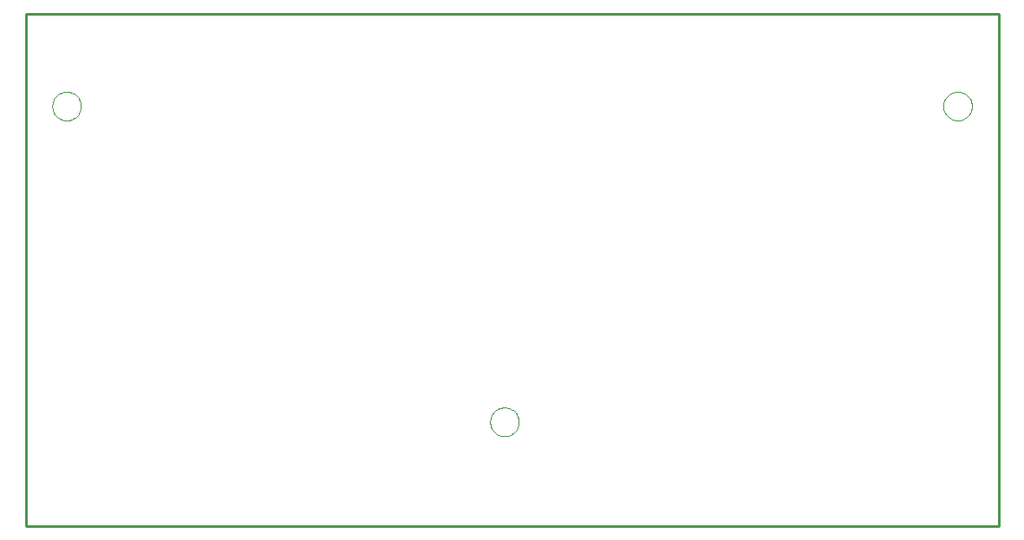
<source format=gtp>
G75*
G70*
%OFA0B0*%
%FSLAX24Y24*%
%IPPOS*%
%LPD*%
%AMOC8*
5,1,8,0,0,1.08239X$1,22.5*
%
%ADD10C,0.0100*%
%ADD11C,0.0000*%
D10*
X000160Y000160D02*
X037562Y000160D01*
X037562Y019845D01*
X000160Y019845D01*
X000160Y000160D01*
D11*
X018015Y004156D02*
X018017Y004203D01*
X018023Y004249D01*
X018033Y004295D01*
X018046Y004340D01*
X018064Y004383D01*
X018085Y004425D01*
X018109Y004465D01*
X018137Y004502D01*
X018168Y004537D01*
X018202Y004570D01*
X018238Y004599D01*
X018277Y004625D01*
X018318Y004648D01*
X018361Y004667D01*
X018405Y004683D01*
X018450Y004695D01*
X018496Y004703D01*
X018543Y004707D01*
X018589Y004707D01*
X018636Y004703D01*
X018682Y004695D01*
X018727Y004683D01*
X018771Y004667D01*
X018814Y004648D01*
X018855Y004625D01*
X018894Y004599D01*
X018930Y004570D01*
X018964Y004537D01*
X018995Y004502D01*
X019023Y004465D01*
X019047Y004425D01*
X019068Y004383D01*
X019086Y004340D01*
X019099Y004295D01*
X019109Y004249D01*
X019115Y004203D01*
X019117Y004156D01*
X019115Y004109D01*
X019109Y004063D01*
X019099Y004017D01*
X019086Y003972D01*
X019068Y003929D01*
X019047Y003887D01*
X019023Y003847D01*
X018995Y003810D01*
X018964Y003775D01*
X018930Y003742D01*
X018894Y003713D01*
X018855Y003687D01*
X018814Y003664D01*
X018771Y003645D01*
X018727Y003629D01*
X018682Y003617D01*
X018636Y003609D01*
X018589Y003605D01*
X018543Y003605D01*
X018496Y003609D01*
X018450Y003617D01*
X018405Y003629D01*
X018361Y003645D01*
X018318Y003664D01*
X018277Y003687D01*
X018238Y003713D01*
X018202Y003742D01*
X018168Y003775D01*
X018137Y003810D01*
X018109Y003847D01*
X018085Y003887D01*
X018064Y003929D01*
X018046Y003972D01*
X018033Y004017D01*
X018023Y004063D01*
X018017Y004109D01*
X018015Y004156D01*
X001184Y016302D02*
X001186Y016349D01*
X001192Y016395D01*
X001202Y016441D01*
X001215Y016486D01*
X001233Y016529D01*
X001254Y016571D01*
X001278Y016611D01*
X001306Y016648D01*
X001337Y016683D01*
X001371Y016716D01*
X001407Y016745D01*
X001446Y016771D01*
X001487Y016794D01*
X001530Y016813D01*
X001574Y016829D01*
X001619Y016841D01*
X001665Y016849D01*
X001712Y016853D01*
X001758Y016853D01*
X001805Y016849D01*
X001851Y016841D01*
X001896Y016829D01*
X001940Y016813D01*
X001983Y016794D01*
X002024Y016771D01*
X002063Y016745D01*
X002099Y016716D01*
X002133Y016683D01*
X002164Y016648D01*
X002192Y016611D01*
X002216Y016571D01*
X002237Y016529D01*
X002255Y016486D01*
X002268Y016441D01*
X002278Y016395D01*
X002284Y016349D01*
X002286Y016302D01*
X002284Y016255D01*
X002278Y016209D01*
X002268Y016163D01*
X002255Y016118D01*
X002237Y016075D01*
X002216Y016033D01*
X002192Y015993D01*
X002164Y015956D01*
X002133Y015921D01*
X002099Y015888D01*
X002063Y015859D01*
X002024Y015833D01*
X001983Y015810D01*
X001940Y015791D01*
X001896Y015775D01*
X001851Y015763D01*
X001805Y015755D01*
X001758Y015751D01*
X001712Y015751D01*
X001665Y015755D01*
X001619Y015763D01*
X001574Y015775D01*
X001530Y015791D01*
X001487Y015810D01*
X001446Y015833D01*
X001407Y015859D01*
X001371Y015888D01*
X001337Y015921D01*
X001306Y015956D01*
X001278Y015993D01*
X001254Y016033D01*
X001233Y016075D01*
X001215Y016118D01*
X001202Y016163D01*
X001192Y016209D01*
X001186Y016255D01*
X001184Y016302D01*
X035436Y016302D02*
X035438Y016349D01*
X035444Y016395D01*
X035454Y016441D01*
X035467Y016486D01*
X035485Y016529D01*
X035506Y016571D01*
X035530Y016611D01*
X035558Y016648D01*
X035589Y016683D01*
X035623Y016716D01*
X035659Y016745D01*
X035698Y016771D01*
X035739Y016794D01*
X035782Y016813D01*
X035826Y016829D01*
X035871Y016841D01*
X035917Y016849D01*
X035964Y016853D01*
X036010Y016853D01*
X036057Y016849D01*
X036103Y016841D01*
X036148Y016829D01*
X036192Y016813D01*
X036235Y016794D01*
X036276Y016771D01*
X036315Y016745D01*
X036351Y016716D01*
X036385Y016683D01*
X036416Y016648D01*
X036444Y016611D01*
X036468Y016571D01*
X036489Y016529D01*
X036507Y016486D01*
X036520Y016441D01*
X036530Y016395D01*
X036536Y016349D01*
X036538Y016302D01*
X036536Y016255D01*
X036530Y016209D01*
X036520Y016163D01*
X036507Y016118D01*
X036489Y016075D01*
X036468Y016033D01*
X036444Y015993D01*
X036416Y015956D01*
X036385Y015921D01*
X036351Y015888D01*
X036315Y015859D01*
X036276Y015833D01*
X036235Y015810D01*
X036192Y015791D01*
X036148Y015775D01*
X036103Y015763D01*
X036057Y015755D01*
X036010Y015751D01*
X035964Y015751D01*
X035917Y015755D01*
X035871Y015763D01*
X035826Y015775D01*
X035782Y015791D01*
X035739Y015810D01*
X035698Y015833D01*
X035659Y015859D01*
X035623Y015888D01*
X035589Y015921D01*
X035558Y015956D01*
X035530Y015993D01*
X035506Y016033D01*
X035485Y016075D01*
X035467Y016118D01*
X035454Y016163D01*
X035444Y016209D01*
X035438Y016255D01*
X035436Y016302D01*
M02*

</source>
